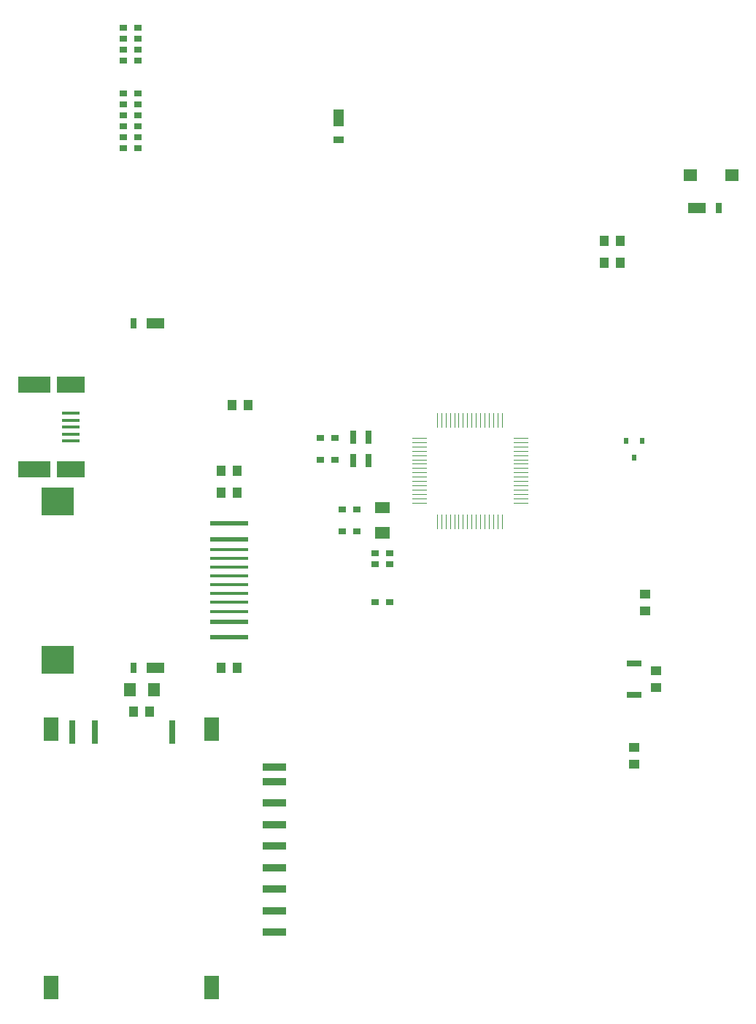
<source format=gbr>
G04 DipTrace 2.1.0.5*
%INTop Paste.gbr*%
%MOIN*%
%ADD10C,0.0098*%
%ADD11C,0.0055*%
%ADD12C,0.003*%
%ADD13C,0.05*%
%ADD14C,0.025*%
%ADD15C,0.01*%
%ADD16C,0.0125*%
%ADD17C,0.02*%
%ADD18C,0.1*%
%ADD19C,0.0013*%
%ADD20C,0.15*%
%ADD21C,0.0039*%
%ADD22R,0.0591X0.0591*%
%ADD23C,0.0591*%
%ADD24R,0.0433X0.0394*%
%ADD25R,0.0512X0.0591*%
%ADD26R,0.0591X0.0512*%
%ADD27R,0.0394X0.0433*%
%ADD28R,0.063X0.0709*%
%ADD29R,0.0886X0.0197*%
%ADD30R,0.1378X0.0807*%
%ADD31R,0.1535X0.0807*%
%ADD32C,0.0551*%
%ADD33C,0.0984*%
%ADD34R,0.0665X0.0665*%
%ADD35C,0.0665*%
%ADD36C,0.1874*%
%ADD37R,0.0748X0.0394*%
%ADD38R,0.0866X0.0551*%
%ADD39R,0.0354X0.0551*%
%ADD40C,0.0591*%
%ADD41C,0.0512*%
%ADD42R,0.1181X0.0433*%
%ADD43R,0.0787X0.1181*%
%ADD44R,0.0394X0.1181*%
%ADD45C,0.0709*%
%ADD46R,0.063X0.063*%
%ADD47C,0.063*%
%ADD48C,0.0142*%
%ADD49R,0.0315X0.0217*%
%ADD50C,0.06*%
%ADD51C,0.0669*%
%ADD52R,0.0512X0.0512*%
%ADD53C,0.0709*%
%ADD54R,0.0315X0.0512*%
%ADD55R,0.0512X0.0315*%
%ADD56R,0.0512X0.0236*%
%ADD57R,0.0138X0.0571*%
%ADD58C,0.0197*%
%ADD59R,0.0748X0.0098*%
%ADD60R,0.0098X0.0748*%
%ADD61R,0.0315X0.0354*%
%ADD62R,0.0669X0.0598*%
%ADD63C,0.0827*%
%ADD64C,0.1181*%
%ADD65C,0.126*%
%ADD66C,0.1772*%
%ADD67R,0.0394X0.0669*%
%ADD68R,0.0098X0.0472*%
%ADD69R,0.0472X0.0098*%
%ADD70R,0.0787X0.0787*%
%ADD71R,0.1811X0.0197*%
%ADD72R,0.1811X0.0315*%
%ADD73R,0.1535X0.1378*%
%ADD74C,0.1476*%
%ADD75R,0.0669X0.0394*%
%ADD76R,0.0394X0.0472*%
%ADD77C,0.22*%
%ADD78C,0.04*%
%ADD79C,0.0191*%
%ADD80C,0.0394*%
%ADD81C,0.0354*%
%ADD82C,0.0429*%
%ADD83C,0.1283*%
%ADD84C,0.038*%
%ADD85C,0.0315*%
%ADD86C,0.0276*%
%ADD87C,0.063*%
%ADD88C,0.0906*%
%ADD89C,0.1181*%
%ADD90C,0.128*%
%ADD91C,0.13*%
%ADD92C,0.0079*%
%ADD93C,0.0479*%
%ADD94C,0.0321*%
%ADD95C,0.2279*%
%ADD96C,0.2121*%
%ADD97R,0.0472X0.0551*%
%ADD98R,0.0315X0.0394*%
%ADD99R,0.0748X0.0472*%
%ADD100R,0.0591X0.0315*%
%ADD101C,0.1555*%
%ADD102C,0.1398*%
%ADD103R,0.1614X0.1457*%
%ADD104R,0.1457X0.1299*%
%ADD105R,0.189X0.0394*%
%ADD106R,0.1732X0.0236*%
%ADD107R,0.189X0.0276*%
%ADD108R,0.1732X0.0118*%
%ADD109R,0.0866X0.0866*%
%ADD110R,0.0709X0.0709*%
%ADD111R,0.0551X0.0177*%
%ADD112R,0.0394X0.002*%
%ADD113R,0.0177X0.0551*%
%ADD114R,0.002X0.0394*%
%ADD115R,0.0472X0.0748*%
%ADD116R,0.0315X0.0591*%
%ADD117C,0.185*%
%ADD118C,0.1693*%
%ADD119C,0.1339*%
%ADD120C,0.1102*%
%ADD121C,0.0906*%
%ADD122C,0.0748*%
%ADD123R,0.0748X0.0677*%
%ADD124R,0.0591X0.052*%
%ADD125R,0.0236X0.0276*%
%ADD126R,0.0177X0.0827*%
%ADD127R,0.002X0.0669*%
%ADD128R,0.0827X0.0177*%
%ADD129R,0.0669X0.002*%
%ADD130R,0.0217X0.065*%
%ADD131R,0.0059X0.0492*%
%ADD132R,0.0433X0.0157*%
%ADD133R,0.0591X0.0394*%
%ADD134R,0.0433X0.0236*%
%ADD135R,0.0394X0.0591*%
%ADD136R,0.0236X0.0433*%
%ADD137C,0.0787*%
%ADD138R,0.0433X0.0433*%
%ADD139C,0.0748*%
%ADD140C,0.0679*%
%ADD141C,0.0521*%
%ADD142R,0.0394X0.0295*%
%ADD143R,0.0236X0.0138*%
%ADD144R,0.0551X0.0551*%
%ADD145C,0.0787*%
%ADD146R,0.0472X0.126*%
%ADD147R,0.0315X0.1102*%
%ADD148R,0.0866X0.126*%
%ADD149R,0.0709X0.1102*%
%ADD150R,0.126X0.0512*%
%ADD151R,0.1102X0.0354*%
%ADD152C,0.0433*%
%ADD153C,0.0669*%
%ADD154C,0.0512*%
%ADD155R,0.0433X0.063*%
%ADD156R,0.0276X0.0472*%
%ADD157R,0.0945X0.063*%
%ADD158R,0.0787X0.0472*%
%ADD159R,0.0827X0.0472*%
%ADD160R,0.0669X0.0315*%
%ADD161C,0.1953*%
%ADD162C,0.1795*%
%ADD163C,0.0744*%
%ADD164C,0.0587*%
%ADD165R,0.0744X0.0744*%
%ADD166R,0.0587X0.0587*%
%ADD167C,0.1063*%
%ADD168C,0.0472*%
%ADD169R,0.1614X0.0886*%
%ADD170R,0.1457X0.0728*%
%ADD171R,0.1457X0.0886*%
%ADD172R,0.1299X0.0728*%
%ADD173R,0.0965X0.0276*%
%ADD174R,0.0807X0.0118*%
%ADD175R,0.0709X0.0787*%
%ADD176R,0.0551X0.063*%
%ADD177R,0.0472X0.0512*%
%ADD178R,0.0669X0.0591*%
%ADD179R,0.0512X0.0433*%
%ADD180R,0.0591X0.0669*%
%ADD181R,0.0433X0.0512*%
%ADD182R,0.0512X0.0472*%
%ADD183R,0.0354X0.0315*%
%ADD184R,0.0669X0.0669*%
%ADD185C,0.0093*%
%ADD186C,0.0077*%
%ADD187C,0.0154*%
%ADD188C,0.0062*%
%ADD189C,0.0124*%
%FSLAX44Y44*%
%SFA1B1*%
%OFA0B0*%
G04*
G70*
G90*
G75*
G01*
%LNTopPaste*%
%LPD*%
D183*
X15165Y24250D3*
X15835D3*
X15165Y25250D3*
X15835D3*
D181*
X5626Y16000D3*
X6374D3*
D183*
X14165Y28500D3*
X14835D3*
X14165Y27500D3*
X14835D3*
D174*
X2750Y29630D3*
Y29000D3*
Y29315D3*
Y28685D3*
D172*
Y27061D3*
Y30939D3*
D170*
X1077D3*
Y27061D3*
D174*
X2750Y28370D3*
D176*
X5449Y17000D3*
X6551D3*
D160*
X28500Y18209D3*
Y16791D3*
D158*
X6630Y18000D3*
D156*
X5626D3*
G36*
X14764Y42736D2*
Y43524D1*
X15236D1*
Y42736D1*
X14764D1*
G37*
G36*
Y41988D2*
Y42264D1*
X15236D1*
Y41988D1*
X14764D1*
G37*
D158*
X31370Y39000D3*
D156*
X32374D3*
D151*
X12063Y13469D3*
Y12799D3*
Y11844D3*
Y10860D3*
Y9876D3*
Y8892D3*
Y7907D3*
Y6923D3*
Y5939D3*
D149*
X9209Y15220D3*
Y3409D3*
D147*
X7378Y15063D3*
X3854D3*
X2831D3*
D149*
X1866Y15220D3*
Y3409D3*
D181*
X9626Y26000D3*
X10374D3*
D179*
X29000Y20626D3*
Y21374D3*
D183*
X5835Y47250D3*
X5165D3*
X5835Y43250D3*
X5165D3*
X5835Y45750D3*
X5165D3*
D179*
X28500Y14374D3*
Y13626D3*
X29500Y17874D3*
Y17126D3*
D183*
X5835Y43750D3*
X5165D3*
X5835Y44250D3*
X5165D3*
X5835Y42750D3*
X5165D3*
X5835Y46250D3*
X5165D3*
X5835Y46750D3*
X5165D3*
X5835Y42250D3*
X5165D3*
X5835Y41750D3*
X5165D3*
D181*
X27126Y36500D3*
X27874D3*
X27126Y37500D3*
X27874D3*
X10126Y30000D3*
X10874D3*
G36*
X17335Y24435D2*
Y23923D1*
X16665D1*
Y24435D1*
X17335D1*
G37*
G36*
Y25577D2*
Y25065D1*
X16665D1*
Y25577D1*
X17335D1*
G37*
D129*
X23323Y25524D3*
Y25720D3*
Y25917D3*
Y26114D3*
Y26311D3*
Y26508D3*
Y26705D3*
Y26902D3*
Y27098D3*
Y27295D3*
Y27492D3*
Y27689D3*
Y27886D3*
Y28083D3*
Y28280D3*
Y28476D3*
D127*
X22476Y29323D3*
X22280D3*
X22083D3*
X21886D3*
X21689D3*
X21492D3*
X21295D3*
X21098D3*
X20902D3*
X20705D3*
X20508D3*
X20311D3*
X20114D3*
X19917D3*
X19720D3*
X19524D3*
D129*
X18677Y28476D3*
Y28280D3*
Y28083D3*
Y27886D3*
Y27689D3*
Y27492D3*
Y27295D3*
Y27098D3*
Y26902D3*
Y26705D3*
Y26508D3*
Y26311D3*
Y26114D3*
Y25917D3*
Y25720D3*
Y25524D3*
D127*
X19524Y24677D3*
X19720D3*
X19917D3*
X20114D3*
X20311D3*
X20508D3*
X20705D3*
X20902D3*
X21098D3*
X21295D3*
X21492D3*
X21689D3*
X21886D3*
X22083D3*
X22280D3*
X22476D3*
D125*
X28500Y27606D3*
X28874Y28394D3*
X28126D3*
D158*
X6630Y33750D3*
D156*
X5626D3*
D124*
X31055Y40500D3*
X32945D3*
D116*
X15646Y28531D3*
Y27469D3*
X16354D3*
Y28531D3*
D108*
X10000Y23406D3*
Y23004D3*
Y22602D3*
Y22201D3*
Y21799D3*
Y21398D3*
Y20996D3*
Y20594D3*
D106*
Y20122D3*
Y23878D3*
Y24602D3*
Y19398D3*
D104*
X2157Y18390D3*
Y25610D3*
D181*
X9626Y18000D3*
X10374D3*
X9626Y27000D3*
X10374D3*
D183*
X16665Y23250D3*
X17335D3*
X16665Y22750D3*
X17335D3*
X16665Y21000D3*
X17335D3*
M02*

</source>
